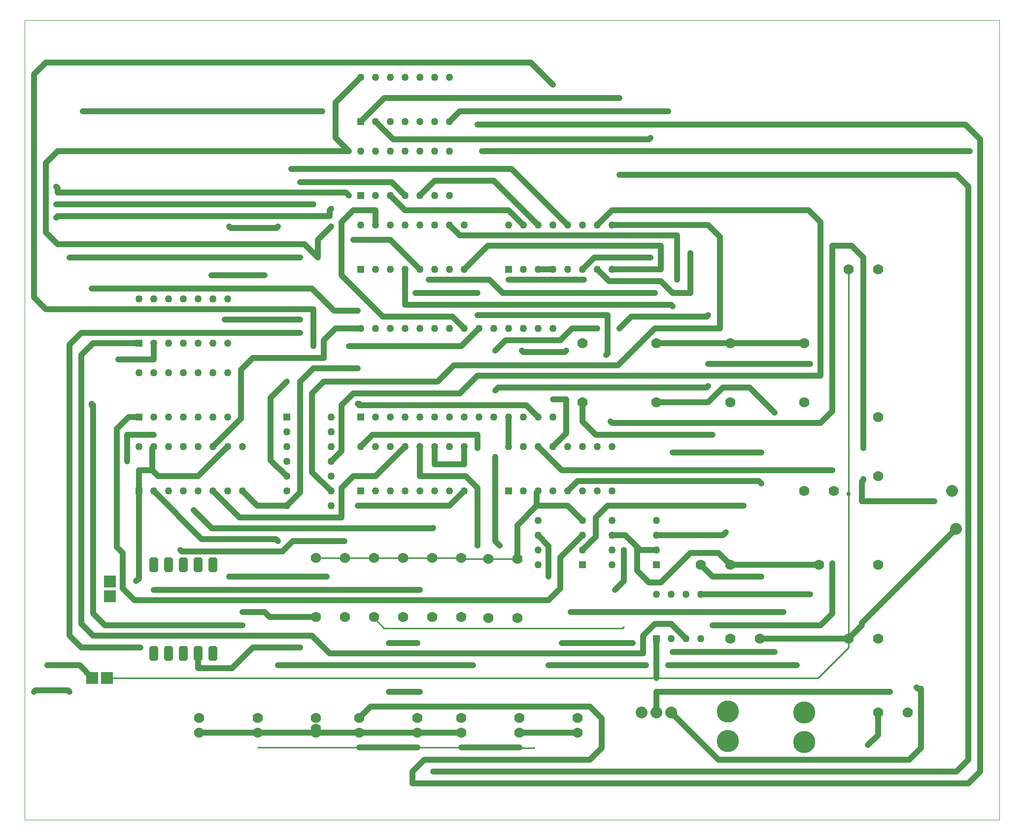
<source format=gbr>
G04 PROTEUS GERBER X2 FILE*
%TF.GenerationSoftware,Labcenter,Proteus,8.16-SP3-Build36097*%
%TF.CreationDate,2024-05-06T12:20:01+00:00*%
%TF.FileFunction,Copper,L1,Top*%
%TF.FilePolarity,Positive*%
%TF.Part,Single*%
%TF.SameCoordinates,{807a0646-054e-4b8c-a3a0-1762012dc6c7}*%
%FSLAX45Y45*%
%MOMM*%
G01*
%TA.AperFunction,Conductor*%
%ADD10C,1.016000*%
%ADD11C,0.254000*%
%TA.AperFunction,NonConductor*%
%ADD12C,0.254000*%
%ADD13C,1.016000*%
%TA.AperFunction,ViaPad*%
%ADD14C,0.762000*%
%TA.AperFunction,ComponentPad*%
%ADD15C,1.778000*%
%TA.AperFunction,ComponentPad*%
%ADD16R,1.270000X1.270000*%
%ADD17C,1.270000*%
%AMDIL008*
4,1,8,
-0.762000,0.965200,-0.457200,1.270000,0.457200,1.270000,0.762000,0.965200,0.762000,-0.965200,
0.457200,-1.270000,-0.457200,-1.270000,-0.762000,-0.965200,-0.762000,0.965200,
0*%
%TA.AperFunction,ComponentPad*%
%ADD18DIL008*%
%TA.AperFunction,ComponentPad*%
%ADD19C,3.810000*%
%TA.AperFunction,ComponentPad*%
%ADD70C,2.032000*%
%TA.AperFunction,ComponentPad*%
%ADD71R,2.032000X2.032000*%
%TA.AperFunction,OtherPad,Unknown*%
%ADD20C,1.778000*%
%TA.AperFunction,Profile*%
%ADD21C,0.101600*%
%TD.AperFunction*%
D10*
X+5152000Y-3200400D02*
X+5384800Y-2967600D01*
X+5384800Y-2925600D01*
X+7000000Y-1310400D01*
X-5516000Y+101600D02*
X-6024000Y-406400D01*
X-6705600Y-406400D01*
X-6807200Y-304800D01*
X-7040000Y-660400D02*
X-7040000Y-304800D01*
X-6807200Y-304800D01*
X+2612000Y-1930400D02*
X+2815200Y-2133600D01*
X+3657600Y-2133600D01*
X-6807200Y-304800D02*
X-6807200Y+80400D01*
X-6786000Y+101600D01*
X+5152000Y-3200400D02*
X+3628000Y-3200400D01*
X+500000Y-4810400D02*
X-500000Y-4810400D01*
X-2250000Y-4810400D02*
X-3250000Y-4810400D01*
X-4000000Y-4810400D02*
X-5000000Y-4810400D01*
X-5069849Y-4810400D01*
X-5069850Y-4810399D01*
X-5384800Y-4810399D01*
X-5384801Y-4810400D01*
X-6000000Y-4810400D01*
X-1500000Y-4810400D02*
X-2250000Y-4810400D01*
X-3250000Y-4810400D02*
X-4000000Y-4810400D01*
X-1452000Y+101600D02*
X-1452000Y-203200D01*
X-1960000Y-203200D01*
X-1960000Y+101600D01*
X-7040000Y-660400D02*
X-7040000Y-2163200D01*
X-7086600Y-2209800D01*
X+1850000Y-3870400D02*
X+1854200Y-3866200D01*
X+1854200Y-3556000D01*
X+1850000Y-3551800D01*
X+1850000Y-3200400D01*
D11*
X-7586000Y-3870400D02*
X-5044000Y-3870400D01*
X+1850000Y-3870400D01*
X+5152000Y-3200400D02*
X+5152000Y-3350400D01*
X+4632000Y-3870400D01*
X+1850000Y-3870400D01*
X+5152000Y-3200400D02*
X+5152000Y-711200D01*
X+5152000Y+3149600D01*
D10*
X-6096000Y-990600D02*
X-5784850Y-1301750D01*
X-1987550Y-1301750D01*
X-1981200Y-1295400D01*
X+2438400Y+3429000D02*
X+2438400Y+2743200D01*
X+2133600Y+2743200D01*
X+1930400Y+2946400D01*
X+1037200Y+2946400D01*
X+834000Y+3149600D01*
X-1981200Y-3657600D02*
X-4648200Y-3657600D01*
X+1219200Y+4775200D02*
X+7010400Y+4775200D01*
X+7213600Y+4572000D01*
X+7213600Y-5283200D01*
X+7010400Y-5486400D01*
X-1981200Y-5486400D01*
X-4648200Y-1524000D02*
X-4686300Y-1485900D01*
X-5960500Y-1485900D01*
X-6786000Y-660400D01*
X+1219200Y+6096000D02*
X-2823600Y+6096000D01*
X-3230000Y+5689600D01*
X-1219200Y-1600200D02*
X-1219200Y-609600D01*
X-1422400Y-406400D01*
X-2214000Y-406400D01*
X-2214000Y+101600D01*
X-5770000Y-660400D02*
X-5312800Y-1117600D01*
X-3556000Y-1117600D01*
X-3556000Y-609600D01*
X-3352800Y-406400D01*
X-2976000Y-406400D01*
X-2468000Y+101600D01*
X-4876800Y+3048000D02*
X-5791200Y+3048000D01*
X-3886200Y+5867400D02*
X-8001000Y+5867400D01*
X+1752600Y+3352800D02*
X+783200Y+3352800D01*
X+580000Y+3149600D01*
X-2976000Y+5689600D02*
X-2671200Y+5384800D01*
X+1727200Y+5384800D01*
X+1752600Y+5410200D01*
X-6324600Y-1676400D02*
X-6299200Y-1701800D01*
X-4572000Y-1701800D01*
X-4394200Y-1524000D01*
X-3505200Y-1524000D01*
X-6781800Y+304800D02*
X-7239000Y+304800D01*
X-7239000Y-152400D01*
X-7391400Y+1600200D02*
X-6786000Y+1600200D01*
X-6786000Y+1879600D01*
X+2104000Y-4470400D02*
X+2916800Y-5283200D01*
X+6197600Y-5283200D01*
X+6400800Y-5080000D01*
X+6400800Y-4064000D01*
X+6350000Y-4064000D01*
X+6324600Y-4038600D01*
X-3230000Y+2133600D02*
X-3657600Y+2133600D01*
X-3860800Y+1930400D01*
X-3860800Y+1625600D01*
X-5080000Y+1625600D01*
X-5283200Y+1422400D01*
X-5283200Y+588400D01*
X-5770000Y+101600D01*
X-203200Y-812800D02*
X-203200Y-914400D01*
X-534482Y-1828882D02*
X-534482Y-1245682D01*
X-203200Y-914400D01*
X+326000Y-914400D01*
X+580000Y-1168400D01*
X+1447800Y-3276600D02*
X+228600Y-3276600D01*
X-203200Y-812800D02*
X-203200Y-681600D01*
X-182000Y-660400D01*
X+4390000Y+1879600D02*
X+3120000Y+1879600D01*
X+1850000Y+1879600D01*
X+72000Y+3149600D02*
X-182000Y+3149600D01*
D11*
X-534482Y-1828882D02*
X-1034482Y-1828882D01*
X-3500000Y-1810400D02*
X-4000000Y-1810400D01*
X-3000000Y-1810400D02*
X-3500000Y-1810400D01*
X-2500000Y-1810400D02*
X-3000000Y-1810400D01*
X-2000000Y-1810400D02*
X-2500000Y-1810400D01*
X-1500000Y-1810400D02*
X-2000000Y-1810400D01*
X-1034482Y-1828882D02*
X-1500000Y-1828882D01*
X-1500000Y-1810400D01*
D10*
X-4648200Y+3886200D02*
X-4673600Y+3860800D01*
X-5461000Y+3860800D01*
X-5486400Y+3886200D01*
X-4495800Y+1219200D02*
X-4775200Y+939800D01*
X-4775200Y-131200D01*
X-4500000Y-406400D01*
X-4419600Y+4876800D02*
X-639200Y+4876800D01*
X+326000Y+3911600D01*
X-4038600Y+1828800D02*
X-4038600Y+2470150D01*
X-8636000Y+2470150D01*
X-8839200Y+2673350D01*
X-8839200Y+6502400D01*
X-8636000Y+6705600D01*
X-304800Y+6705600D01*
X+76200Y+6324600D01*
X+834000Y+3911600D02*
X+1088000Y+4165600D01*
X+4470400Y+4165600D01*
X+4673600Y+3962400D01*
X+4673600Y+1320800D01*
X-1219200Y+1320800D01*
X-1524000Y+1016000D01*
X-3352800Y+1016000D01*
X-3556000Y+812800D01*
X-3556000Y+29600D01*
X-3738000Y-152400D01*
X+1088000Y+3911600D02*
X+2743200Y+3911600D01*
X+2946400Y+3708400D01*
X+2946400Y+2133600D01*
X+1828800Y+2133600D01*
X+1193800Y+1498600D01*
X-1625600Y+1498600D01*
X-1905000Y+1219200D01*
X-3860800Y+1219200D01*
X-4064000Y+1016000D01*
X-4064000Y-334400D01*
X-3738000Y-660400D01*
X-436000Y+3911600D02*
X-690000Y+4165600D01*
X-2468000Y+4165600D01*
X-2722000Y+4419600D01*
X-2214000Y+4419600D02*
X-1960000Y+4673600D01*
X-944000Y+4673600D01*
X-182000Y+3911600D01*
X-2209800Y-2362200D02*
X-6781800Y-2362200D01*
X-2976000Y+3911600D02*
X-2976000Y+4165600D01*
X-3352800Y+4165600D01*
X-3556000Y+3962400D01*
X-3556000Y+3048000D01*
X-2844800Y+2336800D01*
X-1655200Y+2336800D01*
X-1452000Y+2133600D01*
X+3048000Y-1371600D02*
X+2997200Y-1422400D01*
X+1850000Y-1422400D01*
X-914400Y+1066800D02*
X-863600Y+1117600D01*
X+2717800Y+1117600D01*
X+2743200Y+1143000D01*
X-3429000Y+1828800D02*
X-1502800Y+1828800D01*
X-1198000Y+2133600D01*
X+76200Y+914400D02*
X+304800Y+914400D01*
X+304800Y+334400D01*
X+72000Y+101600D01*
X-457200Y+1752600D02*
X-431800Y+1727200D01*
X+279400Y+1727200D01*
X+304800Y+1752600D01*
X+2209800Y+2971800D02*
X+2209800Y+3733800D01*
X-1528200Y+3733800D01*
X-1706000Y+3911600D01*
X-685800Y+2971800D02*
X+609600Y+2971800D01*
X+5867400Y-4114800D02*
X+1850000Y-4114800D01*
X+1850000Y-4470400D01*
X+2743200Y+1524000D02*
X+4495800Y+1524000D01*
X+1219200Y+2133600D02*
X+1422400Y+2336800D01*
X+2717800Y+2336800D01*
X+2743200Y+2362200D01*
X-914400Y+1752600D02*
X-736600Y+1930400D01*
X+203200Y+1930400D01*
X+406400Y+2133600D01*
X+838200Y+2133600D01*
X-3250000Y-4560400D02*
X-3058400Y-4368800D01*
X+711200Y-4368800D01*
X+914400Y-4572000D01*
X+914400Y-5080000D01*
X+711200Y-5283200D01*
X-2133600Y-5283200D01*
X-2336800Y-5486400D01*
X-2336800Y-5689600D01*
X+7213600Y-5689600D01*
X+7416800Y-5486400D01*
X+7416800Y+5384800D01*
X+7162800Y+5638800D01*
X-1219200Y+5638800D01*
X-1143000Y+5181600D02*
X+7239000Y+5181600D01*
D11*
X-3000000Y-2826400D02*
X-3000000Y-2844882D01*
X-2829200Y-3015682D01*
X+1272718Y-3015682D01*
X+1291200Y-2997200D01*
D10*
X-8458200Y+4038600D02*
X-8432800Y+4064000D01*
X-3759200Y+4064000D01*
X-3759200Y+4165600D01*
X-3733800Y+4191000D01*
X-7848600Y+2819400D02*
X-4064000Y+2819400D01*
X-3683000Y+2438400D01*
X-3276600Y+2438400D01*
X-5257800Y-2971800D02*
X-7620000Y-2971800D01*
X-7823200Y-2768600D01*
X-7823200Y+812800D01*
X-7848600Y+812800D01*
X-7848600Y+838200D01*
X-5257800Y-2743200D02*
X-4876800Y-2743200D01*
X-4793600Y-2826400D01*
X-4000000Y-2826400D01*
X-2057400Y+2971800D02*
X-1016000Y+2971800D01*
X-787400Y+2743200D01*
X+1828800Y+2743200D01*
X-1219200Y+2362200D02*
X+1016000Y+2362200D01*
X+1016000Y+1701800D01*
X+990600Y+1676400D01*
X-2286000Y+2743200D02*
X-1219200Y+2743200D01*
X+3657600Y-533400D02*
X+3613150Y-488950D01*
X+497450Y-488950D01*
X+326000Y-660400D01*
X+2133600Y+0D02*
X+3657600Y+0D01*
X+2133600Y+2514600D02*
X+2108200Y+2540000D01*
X-2468000Y+2540000D01*
X-2468000Y+3149600D01*
X-8610600Y-3657600D02*
X-8052800Y-3657600D01*
X-7840000Y-3870400D01*
X-4038600Y+4267200D02*
X-8458200Y+4267200D01*
X-3352800Y+3657600D02*
X-2722000Y+3657600D01*
X-2214000Y+3149600D01*
X+5410200Y+76200D02*
X+5410200Y+3352800D01*
X+5207000Y+3556000D01*
X+4876800Y+3556000D01*
X+4876800Y+711200D01*
X+4673600Y+508000D01*
X+1092200Y+508000D01*
X+1066800Y+533400D01*
X-838200Y-1600200D02*
X-914400Y-1524000D01*
X-914400Y-76200D01*
X+4876800Y-304800D02*
X+224400Y-304800D01*
X-182000Y+101600D01*
X+6629400Y-838200D02*
X+5384800Y-838200D01*
X+5384800Y-495300D01*
X+5410200Y-469900D01*
X+5410200Y-457200D01*
X-2743200Y-4114800D02*
X-2209800Y-4114800D01*
X-2250000Y-3276600D02*
X-2743200Y-3276600D01*
X+2819400Y-2971800D02*
X+4673600Y-2971800D01*
X+4876800Y-2768600D01*
X+4876800Y-1905000D01*
X+1295400Y-1676400D02*
X+1295400Y-2209800D01*
X+1143000Y-2362200D01*
X+1524000Y-1625600D02*
X+1320800Y-1422400D01*
X+1088000Y-1422400D01*
X+3120000Y-1930400D02*
X+2916800Y-1727200D01*
X+2438400Y-1727200D01*
X+1930400Y-2235200D01*
X+1727200Y-2235200D01*
X+1524000Y-2032000D01*
X+1524000Y-1625600D01*
X+1574800Y-1676400D01*
X+1850000Y-1676400D01*
X+3120000Y-1930400D02*
X+4644000Y-1930400D01*
X+5486400Y-5029200D02*
X+5660000Y-4855600D01*
X+5660000Y-4470400D01*
X+2819400Y+304800D02*
X+812800Y+304800D01*
X+580000Y+537600D01*
X+580000Y+863600D01*
X-7040000Y+1879600D02*
X-7823200Y+1879600D01*
X-8026400Y+1676400D01*
X-8026400Y-2946400D01*
X-7823200Y-3149600D01*
X-4064000Y-3149600D01*
X-3759200Y-3454400D01*
X+1625600Y-3454400D01*
X+1625600Y-3149600D01*
X+1828800Y-2946400D01*
X+2104000Y-2946400D01*
X+2358000Y-3200400D01*
X+2133600Y-3429000D02*
X+3886200Y-3429000D01*
X+3886200Y+685800D02*
X+3454400Y+1117600D01*
X+2997200Y+1117600D01*
X+2743200Y+863600D01*
X+1850000Y+863600D01*
X+4495800Y-2438400D02*
X+2612000Y-2438400D01*
X-182000Y-1422400D02*
X+0Y-1604400D01*
X+0Y-2133600D01*
X+1676400Y-3657600D02*
X+0Y-3657600D01*
X+4267200Y-3657600D02*
X+2057400Y-3657600D01*
X+580000Y-1422400D02*
X+203200Y-1799200D01*
X+203200Y-2336800D01*
X+0Y-2540000D01*
X-7112000Y-2540000D01*
X-7315200Y-2336800D01*
X-7315200Y-1727200D01*
X-7416800Y-1625600D01*
X-7416800Y+406400D01*
X-7213600Y+609600D01*
X-7040000Y+609600D01*
X+3352800Y-914400D02*
X+1016000Y-914400D01*
X+812800Y-1117600D01*
X+812800Y-1443600D01*
X+580000Y-1676400D01*
X+4038600Y-2743200D02*
X+381000Y-2743200D01*
X-4267200Y+2057400D02*
X-8026400Y+2057400D01*
X-8229600Y+1854200D01*
X-8229600Y-3149600D01*
X-8026400Y-3352800D01*
X-7010400Y-3352800D01*
X-4267200Y-3352800D02*
X-5080000Y-3352800D01*
X-5434050Y-3706850D01*
X-6024000Y-3706850D01*
X-6024000Y-3454400D01*
X-5486400Y-2133600D02*
X-3810000Y-2133600D01*
X-4267200Y+4648200D02*
X-2696600Y+4648200D01*
X-2468000Y+4419600D01*
X-8229600Y+3352800D02*
X-4267200Y+3352800D01*
X-8839200Y-4114800D02*
X-8813800Y-4089400D01*
X-8255000Y-4089400D01*
X-8229600Y-4114800D01*
X-3429000Y+4419600D02*
X-3479800Y+4470400D01*
X-8432800Y+4470400D01*
X-8432800Y+4546600D01*
X-8458200Y+4572000D01*
X-4500000Y-914400D02*
X-4267200Y-681600D01*
X-4267200Y+1219200D01*
X-4038600Y+1447800D01*
X-3886200Y+1447800D01*
X-1706000Y+5689600D02*
X-1528200Y+5867400D01*
X+2057400Y+5867400D01*
X-4500000Y-914400D02*
X-4673600Y-914400D01*
X+1088000Y+3149600D02*
X+1930400Y+3149600D01*
X+1930400Y+3556000D01*
X-1045600Y+3556000D01*
X-1452000Y+3149600D01*
X-3276600Y-914400D02*
X-1706000Y-914400D01*
X-1452000Y-660400D01*
X-4267200Y+2286000D02*
X-5562600Y+2286000D01*
X-4673600Y-914400D02*
X-5008000Y-914400D01*
X-5262000Y-660400D01*
X-3886200Y+1447800D02*
X-3276600Y+1447800D01*
X-3276600Y+838200D02*
X-3251200Y+838200D01*
X-3251200Y+812800D01*
X-385200Y+812800D01*
X-182000Y+609600D01*
X-3962400Y+3352800D02*
X-3962400Y+3657600D01*
X-3733800Y+3886200D01*
X-3230000Y+6451600D02*
X-3657600Y+6024000D01*
X-3657600Y+5410200D01*
X-3429000Y+5181600D01*
X-7315200Y+3581400D02*
X-8432800Y+3581400D01*
X-8636000Y+3784600D01*
X-8636000Y+4978400D01*
X-8432800Y+5181600D01*
X-3429000Y+5181600D01*
X-3230000Y+101600D02*
X-3026800Y+304800D01*
X-1219200Y+304800D01*
X-1219200Y+76200D01*
X-690000Y+101600D02*
X-690000Y+609600D01*
X-3962400Y+3352800D02*
X-4191000Y+3581400D01*
X-7315200Y+3581400D01*
D12*
X-3250000Y-5068400D02*
X-5000000Y-5068400D01*
D13*
X-3250000Y-5068400D02*
X-2250000Y-5068400D01*
D12*
X-1500000Y-5068400D01*
D13*
X-500000Y-5068400D01*
D12*
X-500000Y-5076400D01*
X-258000Y-5076400D01*
X-250000Y-5068400D01*
D10*
X-1981200Y-3657600D02*
X-1295400Y-3657600D01*
D14*
X+3657600Y-2133600D03*
X-7086600Y-2209800D03*
X+5152000Y-711200D03*
X-1981200Y-1295400D03*
X-6096000Y-990600D03*
X+2438400Y+3429000D03*
X-1981200Y-5486400D03*
X-4648200Y-1524000D03*
X-4648200Y-3657600D03*
X+1219200Y+6096000D03*
X-1295400Y-3657600D03*
X-1219200Y-1600200D03*
X-1981200Y-3657600D03*
X+1219200Y+4775200D03*
X-5791200Y+3048000D03*
X-4876800Y+3048000D03*
X-8001000Y+5867400D03*
X-3886200Y+5867400D03*
X+1752600Y+3352800D03*
X+1752600Y+5410200D03*
X-3505200Y-1524000D03*
X-6324600Y-1676400D03*
X-7239000Y-152400D03*
X-6781800Y+304800D03*
X-7391400Y+1600200D03*
X+6324600Y-4038600D03*
X+228600Y-3276600D03*
X+1447800Y-3276600D03*
X-5486400Y+3886200D03*
X-4648200Y+3886200D03*
X-4495800Y+1219200D03*
X-4419600Y+4876800D03*
X+76200Y+6324600D03*
X-4038600Y+1828800D03*
X-6781800Y-2362200D03*
X-2209800Y-2362200D03*
X+3048000Y-1371600D03*
X+2743200Y+1143000D03*
X-914400Y+1066800D03*
X-3429000Y+1828800D03*
X+76200Y+914400D03*
X+304800Y+1752600D03*
X-457200Y+1752600D03*
X+2209800Y+2971800D03*
X+609600Y+2971800D03*
X-685800Y+2971800D03*
X+5867400Y-4114800D03*
X+4495800Y+1524000D03*
X+2743200Y+1524000D03*
X+2743200Y+2362200D03*
X+1219200Y+2133600D03*
X+838200Y+2133600D03*
X-914400Y+1752600D03*
X-1219200Y+5638800D03*
X+7239000Y+5181600D03*
X-1143000Y+5181600D03*
X-3733800Y+4191000D03*
X-8458200Y+4038600D03*
X-3276600Y+2438400D03*
X-7848600Y+2819400D03*
X-7848600Y+838200D03*
X-5257800Y-2971800D03*
X-5257800Y-2743200D03*
X+1828800Y+2743200D03*
X-2057400Y+2971800D03*
X+990600Y+1676400D03*
X-1219200Y+2362200D03*
X-1219200Y+2743200D03*
X-2286000Y+2743200D03*
X+3657600Y-533400D03*
X+3657600Y+0D03*
X+2133600Y+0D03*
X+2133600Y+2514600D03*
X-8610600Y-3657600D03*
X-8458200Y+4267200D03*
X-4038600Y+4267200D03*
X-3352800Y+3657600D03*
X+1066800Y+533400D03*
X+5410200Y+76200D03*
X-914400Y-76200D03*
X-838200Y-1600200D03*
X+4876800Y-304800D03*
X+5410200Y-457200D03*
X+6629400Y-838200D03*
X-2209800Y-4114800D03*
X-2743200Y-4114800D03*
X-2743200Y-3276600D03*
X-2250000Y-3276600D03*
X+4876800Y-1905000D03*
X+2819400Y-2971800D03*
X+1143000Y-2362200D03*
X+1295400Y-1676400D03*
X+5486400Y-5029200D03*
X+2819400Y+304800D03*
X+3886200Y-3429000D03*
X+2133600Y-3429000D03*
X+3886200Y+685800D03*
X+4495800Y-2438400D03*
X+0Y-2133600D03*
X+0Y-3657600D03*
X+1676400Y-3657600D03*
X+2057400Y-3657600D03*
X+4267200Y-3657600D03*
X+3352800Y-914400D03*
X+381000Y-2743200D03*
X+4038600Y-2743200D03*
X-7010400Y-3352800D03*
X-4267200Y+2057400D03*
X-4267200Y-3352800D03*
X-3810000Y-2133600D03*
X-5486400Y-2133600D03*
X-4267200Y+4648200D03*
X-4267200Y+3352800D03*
X-8229600Y+3352800D03*
X-8229600Y-4114800D03*
X-8839200Y-4114800D03*
X-8458200Y+4572000D03*
X-3429000Y+4419600D03*
X+2057400Y+5867400D03*
X-3276600Y-914400D03*
X-5562600Y+2286000D03*
X-4267200Y+2286000D03*
X-3276600Y+1447800D03*
X-3276600Y+838200D03*
X-3886200Y+1447800D03*
X-3733800Y+3886200D03*
X-1219200Y+76200D03*
X-3429000Y+5181600D03*
X-7315200Y+3581400D03*
X-3962400Y+3352800D03*
D15*
X-534482Y-1828882D03*
X-534482Y-2844882D03*
X-1034482Y-1828882D03*
X-1034482Y-2844882D03*
X-1500000Y-1810400D03*
X-1500000Y-2826400D03*
X-2000000Y-1810400D03*
X-2000000Y-2826400D03*
X-2500000Y-1810400D03*
X-2500000Y-2826400D03*
X-3000000Y-1810400D03*
X-3000000Y-2826400D03*
X-3500000Y-1810400D03*
X-3500000Y-2826400D03*
X-4000000Y-1810400D03*
X-4000000Y-2826400D03*
X+500000Y-4560400D03*
X+500000Y-4810400D03*
X-500000Y-4560400D03*
X-500000Y-4810400D03*
X-1500000Y-4560400D03*
X-1500000Y-4810400D03*
X-2250000Y-4560400D03*
X-2250000Y-4810400D03*
X-3250000Y-4560400D03*
X-3250000Y-4810400D03*
X-4000000Y-4560400D03*
X-4000000Y-4810400D03*
X-5000000Y-4560400D03*
X-5000000Y-4810400D03*
X-6000000Y-4560400D03*
X-6000000Y-4810400D03*
D16*
X-3230000Y+609600D03*
D17*
X-2976000Y+609600D03*
X-2722000Y+609600D03*
X-2468000Y+609600D03*
X-2214000Y+609600D03*
X-1960000Y+609600D03*
X-1706000Y+609600D03*
X-1452000Y+609600D03*
X-1198000Y+609600D03*
X-944000Y+609600D03*
X-690000Y+609600D03*
X-436000Y+609600D03*
X-182000Y+609600D03*
X+72000Y+609600D03*
X+72000Y+2133600D03*
X-182000Y+2133600D03*
X-436000Y+2133600D03*
X-690000Y+2133600D03*
X-944000Y+2133600D03*
X-1198000Y+2133600D03*
X-1452000Y+2133600D03*
X-1706000Y+2133600D03*
X-1960000Y+2133600D03*
X-2214000Y+2133600D03*
X-2468000Y+2133600D03*
X-2722000Y+2133600D03*
X-2976000Y+2133600D03*
X-3230000Y+2133600D03*
D18*
X-6532000Y-3454400D03*
X-6786000Y-3454400D03*
X-6532000Y-1930400D03*
X-6278000Y-3454400D03*
X-6278000Y-1930400D03*
X-6024000Y-1930400D03*
X-6786000Y-1930400D03*
X-5770000Y-1930400D03*
X-5770000Y-3454400D03*
X-6024000Y-3454400D03*
D16*
X-3230000Y-660400D03*
D17*
X-2976000Y-660400D03*
X-2722000Y-660400D03*
X-2468000Y-660400D03*
X-2214000Y-660400D03*
X-1960000Y-660400D03*
X-1706000Y-660400D03*
X-1452000Y-660400D03*
X-1452000Y+101600D03*
X-1706000Y+101600D03*
X-1960000Y+101600D03*
X-2214000Y+101600D03*
X-2468000Y+101600D03*
X-2722000Y+101600D03*
X-2976000Y+101600D03*
X-3230000Y+101600D03*
D16*
X-3230000Y+3149600D03*
D17*
X-2976000Y+3149600D03*
X-2722000Y+3149600D03*
X-2468000Y+3149600D03*
X-2214000Y+3149600D03*
X-1960000Y+3149600D03*
X-1706000Y+3149600D03*
X-1452000Y+3149600D03*
X-1452000Y+3911600D03*
X-1706000Y+3911600D03*
X-1960000Y+3911600D03*
X-2214000Y+3911600D03*
X-2468000Y+3911600D03*
X-2722000Y+3911600D03*
X-2976000Y+3911600D03*
X-3230000Y+3911600D03*
D16*
X-690000Y-660400D03*
D17*
X-436000Y-660400D03*
X-182000Y-660400D03*
X+72000Y-660400D03*
X+326000Y-660400D03*
X+580000Y-660400D03*
X+834000Y-660400D03*
X+1088000Y-660400D03*
X+1088000Y+101600D03*
X+834000Y+101600D03*
X+580000Y+101600D03*
X+326000Y+101600D03*
X+72000Y+101600D03*
X-182000Y+101600D03*
X-436000Y+101600D03*
X-690000Y+101600D03*
D16*
X-690000Y+3149600D03*
D17*
X-436000Y+3149600D03*
X-182000Y+3149600D03*
X+72000Y+3149600D03*
X+326000Y+3149600D03*
X+580000Y+3149600D03*
X+834000Y+3149600D03*
X+1088000Y+3149600D03*
X+1088000Y+3911600D03*
X+834000Y+3911600D03*
X+580000Y+3911600D03*
X+326000Y+3911600D03*
X+72000Y+3911600D03*
X-182000Y+3911600D03*
X-436000Y+3911600D03*
X-690000Y+3911600D03*
D16*
X-4500000Y+609600D03*
D17*
X-4500000Y+355600D03*
X-4500000Y+101600D03*
X-4500000Y-152400D03*
X-4500000Y-406400D03*
X-4500000Y-660400D03*
X-4500000Y-914400D03*
X-3738000Y-914400D03*
X-3738000Y-660400D03*
X-3738000Y-406400D03*
X-3738000Y-152400D03*
X-3738000Y+101600D03*
X-3738000Y+355600D03*
X-3738000Y+609600D03*
D16*
X-3230000Y+4419600D03*
D17*
X-2976000Y+4419600D03*
X-2722000Y+4419600D03*
X-2468000Y+4419600D03*
X-2214000Y+4419600D03*
X-1960000Y+4419600D03*
X-1706000Y+4419600D03*
X-1706000Y+5181600D03*
X-1960000Y+5181600D03*
X-2214000Y+5181600D03*
X-2468000Y+5181600D03*
X-2722000Y+5181600D03*
X-2976000Y+5181600D03*
X-3230000Y+5181600D03*
D16*
X-7040000Y-660400D03*
D17*
X-6786000Y-660400D03*
X-6532000Y-660400D03*
X-6278000Y-660400D03*
X-6024000Y-660400D03*
X-5770000Y-660400D03*
X-5516000Y-660400D03*
X-5262000Y-660400D03*
X-5262000Y+101600D03*
X-5516000Y+101600D03*
X-5770000Y+101600D03*
X-6024000Y+101600D03*
X-6278000Y+101600D03*
X-6532000Y+101600D03*
X-6786000Y+101600D03*
X-7040000Y+101600D03*
D16*
X-3230000Y+5689600D03*
D17*
X-2976000Y+5689600D03*
X-2722000Y+5689600D03*
X-2468000Y+5689600D03*
X-2214000Y+5689600D03*
X-1960000Y+5689600D03*
X-1706000Y+5689600D03*
X-1706000Y+6451600D03*
X-1960000Y+6451600D03*
X-2214000Y+6451600D03*
X-2468000Y+6451600D03*
X-2722000Y+6451600D03*
X-2976000Y+6451600D03*
X-3230000Y+6451600D03*
D16*
X-7040000Y+609600D03*
D17*
X-6786000Y+609600D03*
X-6532000Y+609600D03*
X-6278000Y+609600D03*
X-6024000Y+609600D03*
X-5770000Y+609600D03*
X-5516000Y+609600D03*
X-5516000Y+1371600D03*
X-5770000Y+1371600D03*
X-6024000Y+1371600D03*
X-6278000Y+1371600D03*
X-6532000Y+1371600D03*
X-6786000Y+1371600D03*
X-7040000Y+1371600D03*
D16*
X-7040000Y+1879600D03*
D17*
X-6786000Y+1879600D03*
X-6532000Y+1879600D03*
X-6278000Y+1879600D03*
X-6024000Y+1879600D03*
X-5770000Y+1879600D03*
X-5516000Y+1879600D03*
X-5516000Y+2641600D03*
X-5770000Y+2641600D03*
X-6024000Y+2641600D03*
X-6278000Y+2641600D03*
X-6532000Y+2641600D03*
X-6786000Y+2641600D03*
X-7040000Y+2641600D03*
D19*
X+3080000Y-4450400D03*
X+3080000Y-4958400D03*
X+4390000Y-4470400D03*
X+4390000Y-4978400D03*
D70*
X+2104000Y-4470400D03*
X+1850000Y-4470400D03*
X+1596000Y-4470400D03*
D16*
X+580000Y-1930400D03*
D17*
X+580000Y-1676400D03*
X+580000Y-1422400D03*
X+580000Y-1168400D03*
X-182000Y-1168400D03*
X-182000Y-1422400D03*
X-182000Y-1676400D03*
X-182000Y-1930400D03*
D16*
X+1850000Y-3200400D03*
D17*
X+2104000Y-3200400D03*
X+2358000Y-3200400D03*
X+2612000Y-3200400D03*
X+2612000Y-2438400D03*
X+2358000Y-2438400D03*
X+2104000Y-2438400D03*
X+1850000Y-2438400D03*
D16*
X+1850000Y-1930400D03*
D17*
X+1850000Y-1676400D03*
X+1850000Y-1422400D03*
X+1850000Y-1168400D03*
X+1088000Y-1168400D03*
X+1088000Y-1422400D03*
X+1088000Y-1676400D03*
X+1088000Y-1930400D03*
D71*
X-7540000Y-2470400D03*
X-7540000Y-2216400D03*
X-7840000Y-3870400D03*
X-7586000Y-3870400D03*
D15*
X+4390000Y+1879600D03*
X+4390000Y+863600D03*
X+3120000Y+1879600D03*
X+3120000Y+863600D03*
X+1850000Y+1879600D03*
X+1850000Y+863600D03*
X+580000Y+1879600D03*
X+580000Y+863600D03*
X+5660000Y+609600D03*
X+5660000Y-406400D03*
X+5660000Y-1930400D03*
X+4644000Y-1930400D03*
X+4390000Y-660400D03*
X+4898000Y-660400D03*
X+5660000Y+3149600D03*
X+5152000Y+3149600D03*
X+5660000Y-3200400D03*
X+5152000Y-3200400D03*
X+3120000Y-3200400D03*
X+3628000Y-3200400D03*
X+5660000Y-4470400D03*
X+6168000Y-4470400D03*
X+3120000Y-1930400D03*
X+2612000Y-1930400D03*
D70*
X+7000000Y-1310400D03*
X+6930000Y-660400D03*
D20*
X-4000000Y-4750000D03*
D21*
X-9000000Y-6310400D02*
X+7750000Y-6310400D01*
X+7750000Y+7439600D01*
X-9000000Y+7439600D01*
X-9000000Y-6310400D01*
M02*

</source>
